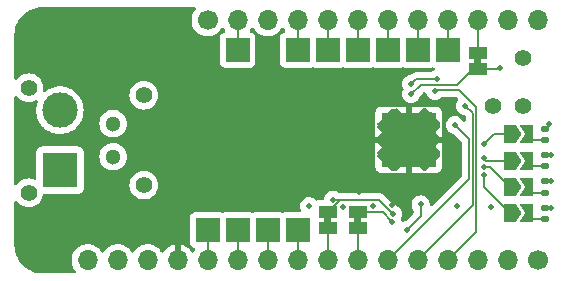
<source format=gbr>
%TF.GenerationSoftware,KiCad,Pcbnew,7.0.7*%
%TF.CreationDate,2023-08-17T11:34:17-04:00*%
%TF.ProjectId,adin1110-featherwing,6164696e-3131-4313-902d-666561746865,rev?*%
%TF.SameCoordinates,Original*%
%TF.FileFunction,Copper,L4,Bot*%
%TF.FilePolarity,Positive*%
%FSLAX46Y46*%
G04 Gerber Fmt 4.6, Leading zero omitted, Abs format (unit mm)*
G04 Created by KiCad (PCBNEW 7.0.7) date 2023-08-17 11:34:17*
%MOMM*%
%LPD*%
G01*
G04 APERTURE LIST*
G04 Aperture macros list*
%AMRoundRect*
0 Rectangle with rounded corners*
0 $1 Rounding radius*
0 $2 $3 $4 $5 $6 $7 $8 $9 X,Y pos of 4 corners*
0 Add a 4 corners polygon primitive as box body*
4,1,4,$2,$3,$4,$5,$6,$7,$8,$9,$2,$3,0*
0 Add four circle primitives for the rounded corners*
1,1,$1+$1,$2,$3*
1,1,$1+$1,$4,$5*
1,1,$1+$1,$6,$7*
1,1,$1+$1,$8,$9*
0 Add four rect primitives between the rounded corners*
20,1,$1+$1,$2,$3,$4,$5,0*
20,1,$1+$1,$4,$5,$6,$7,0*
20,1,$1+$1,$6,$7,$8,$9,0*
20,1,$1+$1,$8,$9,$2,$3,0*%
%AMFreePoly0*
4,1,6,1.000000,0.000000,0.500000,-0.750000,-0.500000,-0.750000,-0.500000,0.750000,0.500000,0.750000,1.000000,0.000000,1.000000,0.000000,$1*%
%AMFreePoly1*
4,1,6,0.500000,-0.750000,-0.650000,-0.750000,-0.150000,0.000000,-0.650000,0.750000,0.500000,0.750000,0.500000,-0.750000,0.500000,-0.750000,$1*%
G04 Aperture macros list end*
%TA.AperFunction,SMDPad,CuDef*%
%ADD10R,2.000000X2.000000*%
%TD*%
%TA.AperFunction,ComponentPad*%
%ADD11C,1.400000*%
%TD*%
%TA.AperFunction,ComponentPad*%
%ADD12R,3.000000X3.000000*%
%TD*%
%TA.AperFunction,ComponentPad*%
%ADD13C,3.000000*%
%TD*%
%TA.AperFunction,ComponentPad*%
%ADD14C,1.300000*%
%TD*%
%TA.AperFunction,ComponentPad*%
%ADD15C,0.800000*%
%TD*%
%TA.AperFunction,SMDPad,CuDef*%
%ADD16R,4.600000X4.600000*%
%TD*%
%TA.AperFunction,ComponentPad*%
%ADD17C,1.700000*%
%TD*%
%TA.AperFunction,ComponentPad*%
%ADD18O,1.700000X1.700000*%
%TD*%
%TA.AperFunction,SMDPad,CuDef*%
%ADD19R,1.500000X1.000000*%
%TD*%
%TA.AperFunction,SMDPad,CuDef*%
%ADD20FreePoly0,0.000000*%
%TD*%
%TA.AperFunction,SMDPad,CuDef*%
%ADD21FreePoly1,0.000000*%
%TD*%
%TA.AperFunction,SMDPad,CuDef*%
%ADD22RoundRect,0.147500X-0.172500X0.147500X-0.172500X-0.147500X0.172500X-0.147500X0.172500X0.147500X0*%
%TD*%
%TA.AperFunction,ViaPad*%
%ADD23C,0.508000*%
%TD*%
%TA.AperFunction,Conductor*%
%ADD24C,0.152400*%
%TD*%
G04 APERTURE END LIST*
%TA.AperFunction,EtchedComponent*%
%TO.C,JP1*%
G36*
X159050000Y-99716400D02*
G01*
X158450000Y-99716400D01*
X158450000Y-99216400D01*
X159050000Y-99216400D01*
X159050000Y-99716400D01*
G37*
%TD.AperFunction*%
%TA.AperFunction,EtchedComponent*%
%TO.C,JP2*%
G36*
X171750000Y-86254400D02*
G01*
X171150000Y-86254400D01*
X171150000Y-85754400D01*
X171750000Y-85754400D01*
X171750000Y-86254400D01*
G37*
%TD.AperFunction*%
%TA.AperFunction,EtchedComponent*%
%TO.C,JP3*%
G36*
X161590000Y-99716400D02*
G01*
X160990000Y-99716400D01*
X160990000Y-99216400D01*
X161590000Y-99216400D01*
X161590000Y-99716400D01*
G37*
%TD.AperFunction*%
%TD*%
D10*
%TO.P,,1*%
%TO.N,/A3*%
X156210000Y-100330000D03*
%TD*%
%TO.P,,1*%
%TO.N,/A2*%
X153670000Y-100330000D03*
%TD*%
%TO.P,,1*%
%TO.N,/A1*%
X151130000Y-100330000D03*
%TD*%
%TO.P,,1*%
%TO.N,/A0*%
X148590000Y-100330000D03*
%TD*%
%TO.P,,1*%
%TO.N,/D6*%
X168910000Y-85090000D03*
%TD*%
%TO.P,,1*%
%TO.N,/D9*%
X166370000Y-85090000D03*
%TD*%
%TO.P,,1*%
%TO.N,/D10*%
X163830000Y-85090000D03*
%TD*%
%TO.P,,1*%
%TO.N,/D11*%
X161290000Y-85090000D03*
%TD*%
%TO.P,,1*%
%TO.N,/D12*%
X158750000Y-85090000D03*
%TD*%
%TO.P,,1*%
%TO.N,/D13*%
X156210000Y-85090000D03*
%TD*%
%TO.P,REF\u002A\u002A,1*%
%TO.N,/~{EN}*%
X151130000Y-85090000D03*
%TD*%
D11*
%TO.P,TP4,1,1*%
%TO.N,/LINK_ST*%
X175310800Y-85750400D03*
%TD*%
%TO.P,TP2,1,1*%
%TO.N,/LED_0*%
X175310800Y-89814400D03*
%TD*%
%TO.P,TP3,1,1*%
%TO.N,/LED_1*%
X172720000Y-89814400D03*
%TD*%
D12*
%TO.P,J3,1*%
%TO.N,/D-*%
X136085000Y-95250000D03*
D13*
%TO.P,J3,2*%
%TO.N,/D+*%
X136085000Y-90170000D03*
%TD*%
D14*
%TO.P,J4,1*%
%TO.N,/D-*%
X140589000Y-94110000D03*
%TO.P,J4,2*%
%TO.N,/D+*%
X140589000Y-91310000D03*
D11*
%TO.P,J4,3*%
%TO.N,Net-(C14-Pad2)*%
X133439000Y-88260000D03*
X133439000Y-97160000D03*
X143189000Y-88910000D03*
X143189000Y-96510000D03*
%TD*%
D15*
%TO.P,U1,41,GND/PAD*%
%TO.N,GND*%
X167500400Y-90774600D03*
X166400400Y-90794600D03*
X165060400Y-90804600D03*
X163750400Y-90824600D03*
X167490400Y-92007933D03*
X166400400Y-92027933D03*
X165060400Y-92037933D03*
X163750400Y-92057933D03*
D16*
X165610400Y-92684600D03*
D15*
X167490400Y-93241266D03*
X166400400Y-93261266D03*
X165060400Y-93271266D03*
X163750400Y-93291266D03*
X167490400Y-94474600D03*
X166400400Y-94494600D03*
X165060400Y-94504600D03*
X163750400Y-94524600D03*
%TD*%
D17*
%TO.P,J2,1*%
%TO.N,VBAT*%
X148590000Y-82550000D03*
D18*
%TO.P,J2,2*%
%TO.N,/~{EN}*%
X151130000Y-82550000D03*
%TO.P,J2,3*%
%TO.N,VUSB*%
X153670000Y-82550000D03*
%TO.P,J2,4*%
%TO.N,/D13*%
X156210000Y-82550000D03*
%TO.P,J2,5*%
%TO.N,/D12*%
X158750000Y-82550000D03*
%TO.P,J2,6*%
%TO.N,/D11*%
X161290000Y-82550000D03*
%TO.P,J2,7*%
%TO.N,/D10*%
X163830000Y-82550000D03*
%TO.P,J2,8*%
%TO.N,/D9*%
X166370000Y-82550000D03*
%TO.P,J2,9*%
%TO.N,/D6*%
X168910000Y-82550000D03*
%TO.P,J2,10*%
%TO.N,/~{RST}_DEF*%
X171450000Y-82550000D03*
%TO.P,J2,11*%
%TO.N,/SCL*%
X173990000Y-82550000D03*
%TO.P,J2,12*%
%TO.N,/SDA*%
X176530000Y-82550000D03*
%TD*%
D17*
%TO.P,J1,1*%
%TO.N,/USER*%
X176530000Y-102870000D03*
D18*
%TO.P,J1,2*%
%TO.N,/TX*%
X173990000Y-102870000D03*
%TO.P,J1,3*%
%TO.N,/RX*%
X171450000Y-102870000D03*
%TO.P,J1,4*%
%TO.N,/MISO*%
X168910000Y-102870000D03*
%TO.P,J1,5*%
%TO.N,/MOSI*%
X166370000Y-102870000D03*
%TO.P,J1,6*%
%TO.N,/SCK*%
X163830000Y-102870000D03*
%TO.P,J1,7*%
%TO.N,/~{CS}_DEF*%
X161290000Y-102870000D03*
%TO.P,J1,8*%
%TO.N,/~{INT}_DEF*%
X158750000Y-102870000D03*
%TO.P,J1,9*%
%TO.N,/A3*%
X156210000Y-102870000D03*
%TO.P,J1,10*%
%TO.N,/A2*%
X153670000Y-102870000D03*
%TO.P,J1,11*%
%TO.N,/A1*%
X151130000Y-102870000D03*
%TO.P,J1,12*%
%TO.N,/A0*%
X148590000Y-102870000D03*
%TO.P,J1,13*%
%TO.N,GND*%
X146050000Y-102870000D03*
%TO.P,J1,14*%
%TO.N,/VREF*%
X143510000Y-102870000D03*
%TO.P,J1,15*%
%TO.N,VCC*%
X140970000Y-102870000D03*
%TO.P,J1,16*%
%TO.N,/~{RST}*%
X138430000Y-102870000D03*
%TD*%
D19*
%TO.P,JP1,1,A*%
%TO.N,/~{INT}*%
X158750000Y-98816400D03*
%TO.P,JP1,2,B*%
%TO.N,/~{INT}_DEF*%
X158750000Y-100116400D03*
%TD*%
D20*
%TO.P,JP5,1,A*%
%TO.N,/SPI_CFG1*%
X174204800Y-92227400D03*
D21*
%TO.P,JP5,2,B*%
%TO.N,Net-(JP5-B)*%
X175654800Y-92227400D03*
%TD*%
D20*
%TO.P,JP7,1,A*%
%TO.N,/MS_SEL*%
X174204800Y-98882198D03*
D21*
%TO.P,JP7,2,B*%
%TO.N,Net-(JP7-B)*%
X175654800Y-98882198D03*
%TD*%
D20*
%TO.P,JP6,1,A*%
%TO.N,/~{SWPD_EN}*%
X174204800Y-94445666D03*
D21*
%TO.P,JP6,2,B*%
%TO.N,Net-(JP6-B)*%
X175654800Y-94445666D03*
%TD*%
D22*
%TO.P,R13,1*%
%TO.N,VCC*%
X177139600Y-91742400D03*
%TO.P,R13,2*%
%TO.N,Net-(JP5-B)*%
X177139600Y-92712400D03*
%TD*%
D19*
%TO.P,JP2,1,A*%
%TO.N,/~{RESET}*%
X171450000Y-86654400D03*
%TO.P,JP2,2,B*%
%TO.N,/~{RST}_DEF*%
X171450000Y-85354400D03*
%TD*%
D20*
%TO.P,JP4,1,A*%
%TO.N,/~{TX2P4_EN}*%
X174204800Y-96663932D03*
D21*
%TO.P,JP4,2,B*%
%TO.N,Net-(JP4-B)*%
X175654800Y-96663932D03*
%TD*%
D22*
%TO.P,R18,1*%
%TO.N,VCC*%
X177139600Y-98422600D03*
%TO.P,R18,2*%
%TO.N,Net-(JP7-B)*%
X177139600Y-99392600D03*
%TD*%
%TO.P,R10,1*%
%TO.N,VCC*%
X177139600Y-96187400D03*
%TO.P,R10,2*%
%TO.N,Net-(JP4-B)*%
X177139600Y-97157400D03*
%TD*%
D19*
%TO.P,JP3,1,A*%
%TO.N,/~{CS}*%
X161290000Y-98816400D03*
%TO.P,JP3,2,B*%
%TO.N,/~{CS}_DEF*%
X161290000Y-100116400D03*
%TD*%
D22*
%TO.P,R16,1*%
%TO.N,VCC*%
X177139600Y-93952200D03*
%TO.P,R16,2*%
%TO.N,Net-(JP6-B)*%
X177139600Y-94922200D03*
%TD*%
D23*
%TO.N,GND*%
X160959800Y-87858600D03*
X135356600Y-98983800D03*
X169646600Y-93751400D03*
X164058600Y-87223600D03*
X146989800Y-88011000D03*
X161391600Y-97078800D03*
X147040600Y-89154000D03*
X164236400Y-98171000D03*
X145948400Y-96164400D03*
X160756600Y-94716600D03*
X138150600Y-98958400D03*
X154711400Y-92481400D03*
%TO.N,VCC*%
X157200600Y-98298000D03*
X177622200Y-98450400D03*
X169722800Y-98247200D03*
X160045400Y-98374200D03*
X177520600Y-91338400D03*
X166624000Y-98145600D03*
X177622200Y-96189800D03*
X162585400Y-98272600D03*
X177647600Y-94005400D03*
X165430200Y-100330000D03*
X172567600Y-98348800D03*
%TO.N,/MISO*%
X167817800Y-88518500D03*
%TO.N,/MOSI*%
X170383200Y-89789000D03*
%TO.N,/SCK*%
X169519600Y-91440000D03*
%TO.N,/~{INT}*%
X164261800Y-98933000D03*
X159181800Y-97739200D03*
%TO.N,/~{CS}*%
X164236400Y-99618800D03*
%TO.N,/~{TX2P4_EN}*%
X171983400Y-94970600D03*
%TO.N,/SPI_CFG1*%
X171983400Y-93040200D03*
%TO.N,/~{SWPD_EN}*%
X171983400Y-94234000D03*
%TO.N,/MS_SEL*%
X171983400Y-95681800D03*
%TO.N,/LED_1*%
X165836600Y-87960200D03*
X167995600Y-87528400D03*
%TO.N,/~{RESET}*%
X173304200Y-86563200D03*
X165836600Y-88823800D03*
%TD*%
D24*
%TO.N,VCC*%
X166624000Y-98145600D02*
X166624000Y-99136200D01*
X166624000Y-99136200D02*
X165430200Y-100330000D01*
%TO.N,/~{EN}*%
X151130000Y-84886800D02*
X151130000Y-82550000D01*
%TO.N,/MISO*%
X167893500Y-88442800D02*
X169900600Y-88442800D01*
X171323000Y-100457000D02*
X168910000Y-102870000D01*
X171323000Y-89865200D02*
X171323000Y-100457000D01*
X169900600Y-88442800D02*
X171323000Y-89865200D01*
X167817800Y-88518500D02*
X167893500Y-88442800D01*
%TO.N,/MOSI*%
X170383200Y-89789000D02*
X171018200Y-90424000D01*
X171018200Y-98221800D02*
X166370000Y-102870000D01*
X171018200Y-90424000D02*
X171018200Y-98221800D01*
%TO.N,/SCK*%
X170713400Y-95986600D02*
X163830000Y-102870000D01*
X169519600Y-91440000D02*
X170713400Y-92633800D01*
X170713400Y-92633800D02*
X170713400Y-95986600D01*
%TO.N,/~{RST}_DEF*%
X171450000Y-85354400D02*
X171450000Y-82550000D01*
%TO.N,/~{INT}_DEF*%
X158750000Y-100116400D02*
X158750000Y-102870000D01*
%TO.N,/~{CS}_DEF*%
X161290000Y-100116400D02*
X161290000Y-102870000D01*
%TO.N,/~{INT}*%
X164261800Y-98933000D02*
X163118800Y-97790000D01*
X159181800Y-97739200D02*
X159725600Y-97739200D01*
X159725600Y-97739200D02*
X159776400Y-97790000D01*
X163118800Y-97790000D02*
X159776400Y-97790000D01*
X159776400Y-97790000D02*
X158750000Y-98816400D01*
%TO.N,/~{CS}*%
X163434000Y-98816400D02*
X161290000Y-98816400D01*
X164236400Y-99618800D02*
X163434000Y-98816400D01*
%TO.N,/~{TX2P4_EN}*%
X172511468Y-94970600D02*
X174204800Y-96663932D01*
X171983400Y-94970600D02*
X172511468Y-94970600D01*
%TO.N,Net-(JP4-B)*%
X177038000Y-97157400D02*
X176148268Y-97157400D01*
X176148268Y-97157400D02*
X175654800Y-96663932D01*
%TO.N,/SPI_CFG1*%
X172796200Y-92227400D02*
X174204800Y-92227400D01*
X171983400Y-93040200D02*
X172796200Y-92227400D01*
%TO.N,Net-(JP5-B)*%
X177038000Y-92712400D02*
X176139800Y-92712400D01*
X176139800Y-92712400D02*
X175654800Y-92227400D01*
%TO.N,/~{SWPD_EN}*%
X172195066Y-94445666D02*
X171983400Y-94234000D01*
X174204800Y-94445666D02*
X172195066Y-94445666D01*
%TO.N,Net-(JP6-B)*%
X177038000Y-94922200D02*
X176131334Y-94922200D01*
X176131334Y-94922200D02*
X175654800Y-94445666D01*
%TO.N,/MS_SEL*%
X174204800Y-98882198D02*
X171983400Y-96660798D01*
X171983400Y-96660798D02*
X171983400Y-95681800D01*
%TO.N,Net-(JP7-B)*%
X177038000Y-99392600D02*
X176165202Y-99392600D01*
X176165202Y-99392600D02*
X175654800Y-98882198D01*
%TO.N,/LED_1*%
X167995600Y-87528400D02*
X166268400Y-87528400D01*
X166268400Y-87528400D02*
X165836600Y-87960200D01*
%TO.N,/~{RESET}*%
X173304200Y-86563200D02*
X173213000Y-86654400D01*
X165836600Y-88823800D02*
X166624000Y-88036400D01*
X169697400Y-88036400D02*
X171079400Y-86654400D01*
X166624000Y-88036400D02*
X169697400Y-88036400D01*
X171079400Y-86654400D02*
X171450000Y-86654400D01*
X173213000Y-86654400D02*
X171450000Y-86654400D01*
%TO.N,/A3*%
X156210000Y-102870000D02*
X156210000Y-100203000D01*
%TO.N,/A2*%
X153670000Y-100279200D02*
X153670000Y-102870000D01*
%TO.N,/A1*%
X151130000Y-100177600D02*
X151130000Y-102870000D01*
%TO.N,/A0*%
X148590000Y-100177600D02*
X148590000Y-102870000D01*
%TO.N,/D13*%
X156210000Y-84886800D02*
X156210000Y-82550000D01*
%TO.N,/D12*%
X158750000Y-84886800D02*
X158750000Y-82550000D01*
%TO.N,/D11*%
X161290000Y-84886800D02*
X161290000Y-82550000D01*
%TO.N,/D10*%
X163830000Y-84886800D02*
X163830000Y-82550000D01*
%TO.N,/D9*%
X166370000Y-84886800D02*
X166370000Y-82550000D01*
%TO.N,/D6*%
X168910000Y-84886800D02*
X168910000Y-82550000D01*
%TD*%
%TA.AperFunction,Conductor*%
%TO.N,GND*%
G36*
X147552752Y-81452902D02*
G01*
X147599245Y-81506558D01*
X147609349Y-81576832D01*
X147579855Y-81641412D01*
X147577331Y-81644238D01*
X147514285Y-81712722D01*
X147514275Y-81712734D01*
X147391141Y-81901206D01*
X147300703Y-82107386D01*
X147300702Y-82107387D01*
X147245437Y-82325624D01*
X147245436Y-82325630D01*
X147245436Y-82325632D01*
X147226844Y-82550000D01*
X147239886Y-82707396D01*
X147245437Y-82774375D01*
X147300702Y-82992612D01*
X147300703Y-82992613D01*
X147300704Y-82992616D01*
X147389781Y-83195692D01*
X147391141Y-83198793D01*
X147514275Y-83387265D01*
X147514279Y-83387270D01*
X147639898Y-83523726D01*
X147664414Y-83550358D01*
X147666762Y-83552908D01*
X147699969Y-83578754D01*
X147844424Y-83691189D01*
X148042426Y-83798342D01*
X148042427Y-83798342D01*
X148042428Y-83798343D01*
X148111051Y-83821901D01*
X148255365Y-83871444D01*
X148477431Y-83908500D01*
X148477435Y-83908500D01*
X148702565Y-83908500D01*
X148702569Y-83908500D01*
X148924635Y-83871444D01*
X149137574Y-83798342D01*
X149335576Y-83691189D01*
X149513240Y-83552906D01*
X149665722Y-83387268D01*
X149754518Y-83251356D01*
X149808520Y-83205268D01*
X149878868Y-83195693D01*
X149943226Y-83225670D01*
X149965483Y-83251357D01*
X150054275Y-83387265D01*
X150054280Y-83387270D01*
X150056345Y-83389514D01*
X150056898Y-83390634D01*
X150057482Y-83391385D01*
X150057327Y-83391505D01*
X150087765Y-83453180D01*
X150079776Y-83523726D01*
X150034916Y-83578754D01*
X150007676Y-83592905D01*
X149883795Y-83639111D01*
X149883792Y-83639112D01*
X149766738Y-83726738D01*
X149679112Y-83843792D01*
X149679110Y-83843797D01*
X149628011Y-83980795D01*
X149628009Y-83980803D01*
X149621500Y-84041350D01*
X149621500Y-86138649D01*
X149628009Y-86199196D01*
X149628011Y-86199204D01*
X149679110Y-86336202D01*
X149679112Y-86336207D01*
X149766738Y-86453261D01*
X149883792Y-86540887D01*
X149883794Y-86540888D01*
X149883796Y-86540889D01*
X149904033Y-86548437D01*
X150020795Y-86591988D01*
X150020803Y-86591990D01*
X150081350Y-86598499D01*
X150081355Y-86598499D01*
X150081362Y-86598500D01*
X150081368Y-86598500D01*
X152178632Y-86598500D01*
X152178638Y-86598500D01*
X152178645Y-86598499D01*
X152178649Y-86598499D01*
X152239196Y-86591990D01*
X152239199Y-86591989D01*
X152239201Y-86591989D01*
X152376204Y-86540889D01*
X152493261Y-86453261D01*
X152558704Y-86365840D01*
X152580887Y-86336207D01*
X152580887Y-86336206D01*
X152580889Y-86336204D01*
X152631989Y-86199201D01*
X152635633Y-86165312D01*
X152638499Y-86138649D01*
X152638500Y-86138632D01*
X152638500Y-84041367D01*
X152638499Y-84041350D01*
X152631990Y-83980803D01*
X152631988Y-83980795D01*
X152591201Y-83871444D01*
X152580889Y-83843796D01*
X152580888Y-83843794D01*
X152580887Y-83843792D01*
X152493261Y-83726738D01*
X152376207Y-83639112D01*
X152376202Y-83639110D01*
X152252324Y-83592905D01*
X152195488Y-83550358D01*
X152170678Y-83483838D01*
X152185770Y-83414464D01*
X152203662Y-83389506D01*
X152204019Y-83389116D01*
X152205722Y-83387268D01*
X152294518Y-83251354D01*
X152348520Y-83205268D01*
X152418868Y-83195692D01*
X152483225Y-83225669D01*
X152505480Y-83251353D01*
X152506219Y-83252483D01*
X152594275Y-83387265D01*
X152594279Y-83387270D01*
X152719898Y-83523726D01*
X152744414Y-83550358D01*
X152746762Y-83552908D01*
X152779969Y-83578754D01*
X152924424Y-83691189D01*
X153122426Y-83798342D01*
X153122427Y-83798342D01*
X153122428Y-83798343D01*
X153191051Y-83821901D01*
X153335365Y-83871444D01*
X153557431Y-83908500D01*
X153557435Y-83908500D01*
X153782565Y-83908500D01*
X153782569Y-83908500D01*
X154004635Y-83871444D01*
X154217574Y-83798342D01*
X154415576Y-83691189D01*
X154593240Y-83552906D01*
X154745722Y-83387268D01*
X154834518Y-83251354D01*
X154888520Y-83205268D01*
X154958868Y-83195692D01*
X155023225Y-83225669D01*
X155045480Y-83251353D01*
X155046219Y-83252483D01*
X155134275Y-83387265D01*
X155134280Y-83387270D01*
X155136345Y-83389514D01*
X155136898Y-83390634D01*
X155137482Y-83391385D01*
X155137327Y-83391505D01*
X155167765Y-83453180D01*
X155159776Y-83523726D01*
X155114916Y-83578754D01*
X155087676Y-83592905D01*
X154963795Y-83639111D01*
X154963792Y-83639112D01*
X154846738Y-83726738D01*
X154759112Y-83843792D01*
X154759110Y-83843797D01*
X154708011Y-83980795D01*
X154708009Y-83980803D01*
X154701500Y-84041350D01*
X154701500Y-86138649D01*
X154708009Y-86199196D01*
X154708011Y-86199204D01*
X154759110Y-86336202D01*
X154759112Y-86336207D01*
X154846738Y-86453261D01*
X154963792Y-86540887D01*
X154963794Y-86540888D01*
X154963796Y-86540889D01*
X154984033Y-86548437D01*
X155100795Y-86591988D01*
X155100803Y-86591990D01*
X155161350Y-86598499D01*
X155161355Y-86598499D01*
X155161362Y-86598500D01*
X155161368Y-86598500D01*
X157258632Y-86598500D01*
X157258638Y-86598500D01*
X157258645Y-86598499D01*
X157258649Y-86598499D01*
X157319196Y-86591990D01*
X157319199Y-86591989D01*
X157319201Y-86591989D01*
X157435967Y-86548436D01*
X157506782Y-86543371D01*
X157524033Y-86548437D01*
X157640795Y-86591988D01*
X157640803Y-86591990D01*
X157701350Y-86598499D01*
X157701355Y-86598499D01*
X157701362Y-86598500D01*
X157701368Y-86598500D01*
X159798632Y-86598500D01*
X159798638Y-86598500D01*
X159798645Y-86598499D01*
X159798649Y-86598499D01*
X159859196Y-86591990D01*
X159859199Y-86591989D01*
X159859201Y-86591989D01*
X159975967Y-86548436D01*
X160046782Y-86543371D01*
X160064033Y-86548437D01*
X160180795Y-86591988D01*
X160180803Y-86591990D01*
X160241350Y-86598499D01*
X160241355Y-86598499D01*
X160241362Y-86598500D01*
X160241368Y-86598500D01*
X162338632Y-86598500D01*
X162338638Y-86598500D01*
X162338645Y-86598499D01*
X162338649Y-86598499D01*
X162399196Y-86591990D01*
X162399199Y-86591989D01*
X162399201Y-86591989D01*
X162515967Y-86548436D01*
X162586782Y-86543371D01*
X162604033Y-86548437D01*
X162720795Y-86591988D01*
X162720803Y-86591990D01*
X162781350Y-86598499D01*
X162781355Y-86598499D01*
X162781362Y-86598500D01*
X162781368Y-86598500D01*
X164878632Y-86598500D01*
X164878638Y-86598500D01*
X164878645Y-86598499D01*
X164878649Y-86598499D01*
X164939196Y-86591990D01*
X164939199Y-86591989D01*
X164939201Y-86591989D01*
X165055967Y-86548436D01*
X165126782Y-86543371D01*
X165144033Y-86548437D01*
X165260795Y-86591988D01*
X165260803Y-86591990D01*
X165321350Y-86598499D01*
X165321355Y-86598499D01*
X165321362Y-86598500D01*
X165321368Y-86598500D01*
X167418632Y-86598500D01*
X167418638Y-86598500D01*
X167418645Y-86598499D01*
X167418649Y-86598499D01*
X167479196Y-86591990D01*
X167479199Y-86591989D01*
X167479201Y-86591989D01*
X167595967Y-86548436D01*
X167666782Y-86543371D01*
X167684028Y-86548435D01*
X167746301Y-86571662D01*
X167803136Y-86614209D01*
X167827946Y-86680729D01*
X167812854Y-86750103D01*
X167762651Y-86800305D01*
X167743883Y-86808646D01*
X167662667Y-86837065D01*
X167662666Y-86837065D01*
X167523695Y-86924387D01*
X167456659Y-86943700D01*
X166310853Y-86943700D01*
X166302621Y-86943160D01*
X166268401Y-86938655D01*
X166268400Y-86938655D01*
X166230081Y-86943700D01*
X166230079Y-86943700D01*
X166153868Y-86953733D01*
X166115762Y-86958750D01*
X166032443Y-86993262D01*
X165973532Y-87017663D01*
X165973525Y-87017667D01*
X165911431Y-87065314D01*
X165851387Y-87111387D01*
X165830367Y-87138778D01*
X165824929Y-87144979D01*
X165800646Y-87169261D01*
X165738334Y-87203287D01*
X165725661Y-87205373D01*
X165665858Y-87212112D01*
X165665851Y-87212113D01*
X165503669Y-87268864D01*
X165503666Y-87268865D01*
X165358182Y-87360279D01*
X165358180Y-87360280D01*
X165236680Y-87481780D01*
X165236679Y-87481782D01*
X165145265Y-87627266D01*
X165145264Y-87627269D01*
X165088512Y-87789455D01*
X165069275Y-87960200D01*
X165088512Y-88130944D01*
X165145264Y-88293130D01*
X165145266Y-88293134D01*
X165165265Y-88324962D01*
X165184572Y-88393283D01*
X165165267Y-88459034D01*
X165145264Y-88490868D01*
X165145264Y-88490869D01*
X165088512Y-88653055D01*
X165069275Y-88823800D01*
X165088512Y-88994544D01*
X165145264Y-89156730D01*
X165145265Y-89156733D01*
X165236679Y-89302217D01*
X165236680Y-89302219D01*
X165358180Y-89423719D01*
X165358182Y-89423720D01*
X165503666Y-89515134D01*
X165503667Y-89515134D01*
X165503670Y-89515136D01*
X165665854Y-89571887D01*
X165665853Y-89571887D01*
X165683143Y-89573834D01*
X165836600Y-89591125D01*
X166007346Y-89571887D01*
X166169530Y-89515136D01*
X166315019Y-89423719D01*
X166436519Y-89302219D01*
X166527936Y-89156730D01*
X166584687Y-88994546D01*
X166591424Y-88934740D01*
X166618926Y-88869289D01*
X166627525Y-88859763D01*
X166792609Y-88694681D01*
X166829287Y-88658004D01*
X166891600Y-88623979D01*
X166918382Y-88621100D01*
X166956466Y-88621100D01*
X167024587Y-88641102D01*
X167071080Y-88694758D01*
X167075395Y-88705484D01*
X167126465Y-88851433D01*
X167217879Y-88996917D01*
X167217880Y-88996919D01*
X167339380Y-89118419D01*
X167339382Y-89118420D01*
X167484866Y-89209834D01*
X167484867Y-89209834D01*
X167484870Y-89209836D01*
X167647054Y-89266587D01*
X167647053Y-89266587D01*
X167664343Y-89268534D01*
X167817800Y-89285825D01*
X167988546Y-89266587D01*
X168150730Y-89209836D01*
X168287383Y-89123971D01*
X168296216Y-89118421D01*
X168296216Y-89118420D01*
X168296219Y-89118419D01*
X168350234Y-89064403D01*
X168412544Y-89030380D01*
X168439328Y-89027500D01*
X169606219Y-89027500D01*
X169674340Y-89047502D01*
X169695315Y-89064405D01*
X169773852Y-89142943D01*
X169807877Y-89205256D01*
X169802811Y-89276071D01*
X169786767Y-89304415D01*
X169787045Y-89304590D01*
X169691865Y-89456067D01*
X169691864Y-89456069D01*
X169635112Y-89618255D01*
X169615875Y-89789000D01*
X169635112Y-89959744D01*
X169691864Y-90121930D01*
X169691865Y-90121933D01*
X169783279Y-90267417D01*
X169783280Y-90267419D01*
X169904780Y-90388919D01*
X169904782Y-90388920D01*
X170050266Y-90480334D01*
X170050267Y-90480334D01*
X170050270Y-90480336D01*
X170212454Y-90537087D01*
X170212459Y-90537087D01*
X170212461Y-90537088D01*
X170272259Y-90543825D01*
X170337712Y-90571328D01*
X170347248Y-90579938D01*
X170396595Y-90629285D01*
X170430621Y-90691597D01*
X170433500Y-90718380D01*
X170433500Y-91023922D01*
X170413498Y-91092043D01*
X170359842Y-91138536D01*
X170289568Y-91148640D01*
X170224988Y-91119146D01*
X170200813Y-91090958D01*
X170119520Y-90961582D01*
X170119519Y-90961580D01*
X169998019Y-90840080D01*
X169998017Y-90840079D01*
X169852533Y-90748665D01*
X169852530Y-90748664D01*
X169847635Y-90746951D01*
X169690346Y-90691913D01*
X169690344Y-90691912D01*
X169690346Y-90691912D01*
X169536685Y-90674600D01*
X169519600Y-90672675D01*
X169519599Y-90672675D01*
X169348855Y-90691912D01*
X169186669Y-90748664D01*
X169186666Y-90748665D01*
X169041182Y-90840079D01*
X169041180Y-90840080D01*
X168919680Y-90961580D01*
X168919679Y-90961582D01*
X168828265Y-91107066D01*
X168828264Y-91107069D01*
X168771512Y-91269255D01*
X168755512Y-91411267D01*
X168752275Y-91440000D01*
X168752332Y-91440502D01*
X168771512Y-91610744D01*
X168828264Y-91772931D01*
X168919679Y-91918417D01*
X168919680Y-91918419D01*
X169041180Y-92039919D01*
X169041182Y-92039920D01*
X169186666Y-92131334D01*
X169186667Y-92131334D01*
X169186670Y-92131336D01*
X169348854Y-92188087D01*
X169348859Y-92188087D01*
X169348861Y-92188088D01*
X169408659Y-92194825D01*
X169474112Y-92222328D01*
X169483648Y-92230938D01*
X170091795Y-92839085D01*
X170125821Y-92901397D01*
X170128700Y-92928180D01*
X170128700Y-95692219D01*
X170108698Y-95760340D01*
X170091795Y-95781314D01*
X167603256Y-98269852D01*
X167540944Y-98303878D01*
X167470128Y-98298813D01*
X167413293Y-98256266D01*
X167388482Y-98189746D01*
X167388953Y-98166649D01*
X167391325Y-98145600D01*
X167372087Y-97974854D01*
X167315336Y-97812670D01*
X167315334Y-97812667D01*
X167315334Y-97812666D01*
X167223920Y-97667182D01*
X167223919Y-97667180D01*
X167102419Y-97545680D01*
X167102417Y-97545679D01*
X166956933Y-97454265D01*
X166956930Y-97454264D01*
X166956930Y-97454263D01*
X166794746Y-97397513D01*
X166794744Y-97397512D01*
X166794746Y-97397512D01*
X166624000Y-97378275D01*
X166453255Y-97397512D01*
X166291069Y-97454264D01*
X166291066Y-97454265D01*
X166145582Y-97545679D01*
X166145580Y-97545680D01*
X166024080Y-97667180D01*
X166024079Y-97667182D01*
X165932665Y-97812666D01*
X165932664Y-97812669D01*
X165875912Y-97974855D01*
X165856675Y-98145600D01*
X165875912Y-98316344D01*
X165932664Y-98478530D01*
X165932665Y-98478533D01*
X166019987Y-98617505D01*
X166039300Y-98684541D01*
X166039300Y-98841819D01*
X166019298Y-98909940D01*
X166002399Y-98930909D01*
X165667379Y-99265930D01*
X165394247Y-99539062D01*
X165331935Y-99573087D01*
X165319262Y-99575173D01*
X165259458Y-99581912D01*
X165259456Y-99581912D01*
X165158558Y-99617218D01*
X165087654Y-99620836D01*
X165026049Y-99585547D01*
X164993303Y-99522553D01*
X164991736Y-99512394D01*
X164984488Y-99448060D01*
X164984486Y-99448051D01*
X164951509Y-99353810D01*
X164947889Y-99282905D01*
X164951509Y-99270579D01*
X164953136Y-99265930D01*
X165009887Y-99103746D01*
X165029125Y-98933000D01*
X165009887Y-98762254D01*
X164953136Y-98600070D01*
X164953134Y-98600067D01*
X164953134Y-98600066D01*
X164861720Y-98454582D01*
X164861719Y-98454580D01*
X164740219Y-98333080D01*
X164740217Y-98333079D01*
X164594733Y-98241665D01*
X164594730Y-98241664D01*
X164505923Y-98210589D01*
X164432546Y-98184913D01*
X164380304Y-98179026D01*
X164372737Y-98178174D01*
X164307284Y-98150669D01*
X164297751Y-98142061D01*
X163938772Y-97783082D01*
X163562261Y-97406571D01*
X163556834Y-97400383D01*
X163535813Y-97372987D01*
X163533420Y-97371151D01*
X163441683Y-97300759D01*
X163427372Y-97289778D01*
X163413673Y-97279266D01*
X163372012Y-97262010D01*
X163271437Y-97220350D01*
X163271436Y-97220349D01*
X163183717Y-97208801D01*
X163157121Y-97205300D01*
X163157119Y-97205300D01*
X163118800Y-97200255D01*
X163118799Y-97200255D01*
X163084578Y-97204760D01*
X163076346Y-97205300D01*
X159989608Y-97205300D01*
X159941390Y-97195709D01*
X159878235Y-97169549D01*
X159794018Y-97158462D01*
X159763921Y-97154500D01*
X159763919Y-97154500D01*
X159725600Y-97149455D01*
X159717342Y-97149455D01*
X159717342Y-97146917D01*
X159659783Y-97137927D01*
X159646479Y-97130646D01*
X159514730Y-97047864D01*
X159514729Y-97047863D01*
X159352546Y-96991113D01*
X159352544Y-96991112D01*
X159352546Y-96991112D01*
X159199089Y-96973822D01*
X159181800Y-96971875D01*
X159181799Y-96971875D01*
X159011055Y-96991112D01*
X158848869Y-97047864D01*
X158848866Y-97047865D01*
X158703382Y-97139279D01*
X158703380Y-97139280D01*
X158581880Y-97260780D01*
X158581879Y-97260782D01*
X158490465Y-97406266D01*
X158490464Y-97406269D01*
X158433712Y-97568455D01*
X158424530Y-97649954D01*
X158420142Y-97688910D01*
X158419342Y-97696007D01*
X158391839Y-97761460D01*
X158333315Y-97801653D01*
X158294134Y-97807900D01*
X157951350Y-97807900D01*
X157890804Y-97814409D01*
X157883133Y-97816223D01*
X157882396Y-97813105D01*
X157826290Y-97817098D01*
X157764021Y-97783082D01*
X157679019Y-97698080D01*
X157679017Y-97698079D01*
X157533533Y-97606665D01*
X157533530Y-97606664D01*
X157444100Y-97575371D01*
X157371346Y-97549913D01*
X157371344Y-97549912D01*
X157371346Y-97549912D01*
X157200600Y-97530675D01*
X157029855Y-97549912D01*
X156867669Y-97606664D01*
X156867666Y-97606665D01*
X156722182Y-97698079D01*
X156722180Y-97698080D01*
X156600680Y-97819580D01*
X156600679Y-97819582D01*
X156509265Y-97965066D01*
X156509264Y-97965069D01*
X156452512Y-98127255D01*
X156433275Y-98297999D01*
X156452512Y-98468744D01*
X156509264Y-98630930D01*
X156512336Y-98637310D01*
X156510467Y-98638209D01*
X156527020Y-98696783D01*
X156506326Y-98764696D01*
X156452200Y-98810641D01*
X156401027Y-98821500D01*
X155161350Y-98821500D01*
X155100803Y-98828009D01*
X155100802Y-98828010D01*
X155100799Y-98828010D01*
X155100799Y-98828011D01*
X154984033Y-98871563D01*
X154913217Y-98876628D01*
X154895967Y-98871563D01*
X154779201Y-98828011D01*
X154779199Y-98828010D01*
X154779197Y-98828010D01*
X154779196Y-98828009D01*
X154718649Y-98821500D01*
X154718638Y-98821500D01*
X152621362Y-98821500D01*
X152621350Y-98821500D01*
X152560803Y-98828009D01*
X152560802Y-98828010D01*
X152560799Y-98828010D01*
X152560799Y-98828011D01*
X152444033Y-98871563D01*
X152373217Y-98876628D01*
X152355967Y-98871563D01*
X152239201Y-98828011D01*
X152239199Y-98828010D01*
X152239197Y-98828010D01*
X152239196Y-98828009D01*
X152178649Y-98821500D01*
X152178638Y-98821500D01*
X150081362Y-98821500D01*
X150081350Y-98821500D01*
X150020803Y-98828009D01*
X150020802Y-98828010D01*
X150020799Y-98828010D01*
X150020799Y-98828011D01*
X149904033Y-98871563D01*
X149833217Y-98876628D01*
X149815967Y-98871563D01*
X149699201Y-98828011D01*
X149699199Y-98828010D01*
X149699197Y-98828010D01*
X149699196Y-98828009D01*
X149638649Y-98821500D01*
X149638638Y-98821500D01*
X147541362Y-98821500D01*
X147541350Y-98821500D01*
X147480803Y-98828009D01*
X147480795Y-98828011D01*
X147343797Y-98879110D01*
X147343792Y-98879112D01*
X147226738Y-98966738D01*
X147139112Y-99083792D01*
X147139110Y-99083797D01*
X147088011Y-99220795D01*
X147088009Y-99220803D01*
X147081500Y-99281350D01*
X147081500Y-101378649D01*
X147088009Y-101439196D01*
X147088011Y-101439204D01*
X147139110Y-101576202D01*
X147139112Y-101576207D01*
X147226738Y-101693261D01*
X147343791Y-101780886D01*
X147343792Y-101780886D01*
X147343796Y-101780889D01*
X147467677Y-101827094D01*
X147524510Y-101869640D01*
X147549321Y-101936161D01*
X147534229Y-102005535D01*
X147516352Y-102030477D01*
X147514285Y-102032722D01*
X147514279Y-102032729D01*
X147425183Y-102169101D01*
X147371179Y-102215189D01*
X147300831Y-102224764D01*
X147236474Y-102194786D01*
X147214217Y-102169100D01*
X147125327Y-102033044D01*
X146972902Y-101867465D01*
X146795301Y-101729232D01*
X146795300Y-101729231D01*
X146597371Y-101622117D01*
X146597369Y-101622116D01*
X146384512Y-101549043D01*
X146384501Y-101549040D01*
X146304000Y-101535606D01*
X146304000Y-102255966D01*
X146283998Y-102324087D01*
X146230342Y-102370580D01*
X146160069Y-102380683D01*
X146160068Y-102380683D01*
X146085768Y-102370000D01*
X146085763Y-102370000D01*
X146014237Y-102370000D01*
X146014231Y-102370000D01*
X145939932Y-102380683D01*
X145869658Y-102370580D01*
X145816002Y-102324087D01*
X145796000Y-102255966D01*
X145796000Y-101535607D01*
X145795999Y-101535606D01*
X145715498Y-101549040D01*
X145715487Y-101549043D01*
X145502630Y-101622116D01*
X145502628Y-101622117D01*
X145304699Y-101729231D01*
X145304698Y-101729232D01*
X145127097Y-101867465D01*
X144974670Y-102033045D01*
X144885780Y-102169101D01*
X144831776Y-102215189D01*
X144761428Y-102224764D01*
X144697071Y-102194786D01*
X144674816Y-102169101D01*
X144598172Y-102051788D01*
X144585724Y-102032734D01*
X144585720Y-102032729D01*
X144435584Y-101869640D01*
X144433240Y-101867094D01*
X144433239Y-101867093D01*
X144433237Y-101867091D01*
X144351382Y-101803381D01*
X144255576Y-101728811D01*
X144057574Y-101621658D01*
X144057572Y-101621657D01*
X144057571Y-101621656D01*
X143844639Y-101548557D01*
X143844630Y-101548555D01*
X143767029Y-101535606D01*
X143622569Y-101511500D01*
X143397431Y-101511500D01*
X143263746Y-101533808D01*
X143175369Y-101548555D01*
X143175360Y-101548557D01*
X142962428Y-101621656D01*
X142962426Y-101621658D01*
X142764432Y-101728807D01*
X142764426Y-101728810D01*
X142764424Y-101728811D01*
X142586762Y-101867091D01*
X142434279Y-102032729D01*
X142345483Y-102168643D01*
X142291479Y-102214731D01*
X142221131Y-102224306D01*
X142156774Y-102194329D01*
X142134517Y-102168643D01*
X142045720Y-102032729D01*
X141895584Y-101869640D01*
X141893240Y-101867094D01*
X141893239Y-101867093D01*
X141893237Y-101867091D01*
X141811382Y-101803381D01*
X141715576Y-101728811D01*
X141517574Y-101621658D01*
X141517572Y-101621657D01*
X141517571Y-101621656D01*
X141304639Y-101548557D01*
X141304630Y-101548555D01*
X141227029Y-101535606D01*
X141082569Y-101511500D01*
X140857431Y-101511500D01*
X140723746Y-101533808D01*
X140635369Y-101548555D01*
X140635360Y-101548557D01*
X140422428Y-101621656D01*
X140422426Y-101621658D01*
X140224432Y-101728807D01*
X140224426Y-101728810D01*
X140224424Y-101728811D01*
X140046762Y-101867091D01*
X139894279Y-102032729D01*
X139805483Y-102168643D01*
X139751479Y-102214731D01*
X139681131Y-102224306D01*
X139616774Y-102194329D01*
X139594517Y-102168643D01*
X139505720Y-102032729D01*
X139355584Y-101869640D01*
X139353240Y-101867094D01*
X139353239Y-101867093D01*
X139353237Y-101867091D01*
X139271382Y-101803381D01*
X139175576Y-101728811D01*
X138977574Y-101621658D01*
X138977572Y-101621657D01*
X138977571Y-101621656D01*
X138764639Y-101548557D01*
X138764630Y-101548555D01*
X138687029Y-101535606D01*
X138542569Y-101511500D01*
X138317431Y-101511500D01*
X138183746Y-101533808D01*
X138095369Y-101548555D01*
X138095360Y-101548557D01*
X137882428Y-101621656D01*
X137882426Y-101621658D01*
X137684432Y-101728807D01*
X137684426Y-101728810D01*
X137684424Y-101728811D01*
X137506762Y-101867091D01*
X137354279Y-102032729D01*
X137354275Y-102032734D01*
X137231141Y-102221206D01*
X137140703Y-102427386D01*
X137140702Y-102427387D01*
X137085437Y-102645624D01*
X137085436Y-102645630D01*
X137085436Y-102645632D01*
X137066844Y-102870000D01*
X137084232Y-103079844D01*
X137085437Y-103094375D01*
X137140702Y-103312612D01*
X137140703Y-103312613D01*
X137140704Y-103312616D01*
X137177820Y-103397232D01*
X137231141Y-103518793D01*
X137354275Y-103707265D01*
X137354285Y-103707277D01*
X137417331Y-103775762D01*
X137448753Y-103839426D01*
X137440767Y-103909972D01*
X137395908Y-103965002D01*
X137328420Y-103987043D01*
X137324631Y-103987100D01*
X134621903Y-103987100D01*
X134618099Y-103986985D01*
X134574559Y-103984351D01*
X134336074Y-103969925D01*
X134328515Y-103969007D01*
X134152172Y-103936691D01*
X134052479Y-103918422D01*
X134045089Y-103916600D01*
X133777161Y-103833110D01*
X133770041Y-103830410D01*
X133701773Y-103799685D01*
X133514134Y-103715236D01*
X133507396Y-103711699D01*
X133408067Y-103651653D01*
X133267231Y-103566514D01*
X133260972Y-103562194D01*
X133239879Y-103545669D01*
X133040056Y-103389117D01*
X133034363Y-103384073D01*
X132835923Y-103185633D01*
X132830882Y-103179943D01*
X132657805Y-102959027D01*
X132653487Y-102952771D01*
X132508300Y-102712603D01*
X132504766Y-102705871D01*
X132389585Y-102449948D01*
X132386889Y-102442838D01*
X132367521Y-102380683D01*
X132303397Y-102174905D01*
X132301580Y-102167532D01*
X132250991Y-101891477D01*
X132250075Y-101883935D01*
X132233013Y-101601868D01*
X132232900Y-101598127D01*
X132232900Y-101565102D01*
X132232900Y-101565101D01*
X132232899Y-97944084D01*
X132252901Y-97875964D01*
X132306557Y-97829471D01*
X132376831Y-97819367D01*
X132441411Y-97848861D01*
X132462110Y-97871812D01*
X132509699Y-97939776D01*
X132659224Y-98089301D01*
X132659228Y-98089304D01*
X132659232Y-98089307D01*
X132832438Y-98210587D01*
X132832441Y-98210588D01*
X132832442Y-98210589D01*
X133024090Y-98299956D01*
X133228345Y-98354686D01*
X133439000Y-98373116D01*
X133649655Y-98354686D01*
X133853910Y-98299956D01*
X134045558Y-98210589D01*
X134218776Y-98089301D01*
X134368301Y-97939776D01*
X134478019Y-97783082D01*
X134489587Y-97766561D01*
X134489587Y-97766560D01*
X134489589Y-97766558D01*
X134578956Y-97574910D01*
X134633686Y-97370655D01*
X134633686Y-97370645D01*
X134634640Y-97365243D01*
X134636541Y-97365578D01*
X134659300Y-97307399D01*
X134716804Y-97265760D01*
X134758956Y-97258500D01*
X137633632Y-97258500D01*
X137633638Y-97258500D01*
X137633645Y-97258499D01*
X137633649Y-97258499D01*
X137694196Y-97251990D01*
X137694199Y-97251989D01*
X137694201Y-97251989D01*
X137831204Y-97200889D01*
X137913503Y-97139281D01*
X137948261Y-97113261D01*
X138035887Y-96996207D01*
X138035887Y-96996206D01*
X138035889Y-96996204D01*
X138086989Y-96859201D01*
X138089491Y-96835936D01*
X138093499Y-96798649D01*
X138093500Y-96798632D01*
X138093500Y-96510000D01*
X141975884Y-96510000D01*
X141994314Y-96720655D01*
X142017050Y-96805508D01*
X142049043Y-96924908D01*
X142049045Y-96924912D01*
X142138412Y-97116561D01*
X142259692Y-97289767D01*
X142259696Y-97289772D01*
X142259699Y-97289776D01*
X142409224Y-97439301D01*
X142409228Y-97439304D01*
X142409232Y-97439307D01*
X142582438Y-97560587D01*
X142582441Y-97560588D01*
X142582442Y-97560589D01*
X142774090Y-97649956D01*
X142978345Y-97704686D01*
X143189000Y-97723116D01*
X143399655Y-97704686D01*
X143603910Y-97649956D01*
X143795558Y-97560589D01*
X143804883Y-97554060D01*
X143947405Y-97454265D01*
X143968776Y-97439301D01*
X144118301Y-97289776D01*
X144216554Y-97149455D01*
X144239587Y-97116561D01*
X144239587Y-97116560D01*
X144239589Y-97116558D01*
X144328956Y-96924910D01*
X144383686Y-96720655D01*
X144402116Y-96510000D01*
X144383686Y-96299345D01*
X144328956Y-96095090D01*
X144239589Y-95903442D01*
X144239588Y-95903441D01*
X144239587Y-95903438D01*
X144118307Y-95730232D01*
X144118304Y-95730228D01*
X144118301Y-95730224D01*
X143968776Y-95580699D01*
X143968772Y-95580696D01*
X143968767Y-95580692D01*
X143795561Y-95459412D01*
X143603912Y-95370045D01*
X143603908Y-95370043D01*
X143491452Y-95339911D01*
X143399655Y-95315314D01*
X143189000Y-95296884D01*
X143188999Y-95296884D01*
X143083672Y-95306099D01*
X142978345Y-95315314D01*
X142923615Y-95329978D01*
X142774091Y-95370043D01*
X142774087Y-95370045D01*
X142582438Y-95459412D01*
X142409232Y-95580692D01*
X142409221Y-95580701D01*
X142259701Y-95730221D01*
X142259692Y-95730232D01*
X142138412Y-95903438D01*
X142049045Y-96095087D01*
X142049043Y-96095091D01*
X142012708Y-96230699D01*
X141994314Y-96299345D01*
X141975884Y-96510000D01*
X138093500Y-96510000D01*
X138093500Y-94110000D01*
X139425537Y-94110000D01*
X139426738Y-94122963D01*
X139445347Y-94323789D01*
X139504100Y-94530283D01*
X139504103Y-94530291D01*
X139599804Y-94722484D01*
X139706526Y-94863807D01*
X139729191Y-94893821D01*
X139887854Y-95038462D01*
X139887856Y-95038463D01*
X139887857Y-95038464D01*
X140070400Y-95151489D01*
X140270598Y-95229047D01*
X140270603Y-95229049D01*
X140481649Y-95268500D01*
X140481651Y-95268500D01*
X140696349Y-95268500D01*
X140696351Y-95268500D01*
X140907397Y-95229049D01*
X141107600Y-95151489D01*
X141290143Y-95038464D01*
X141448810Y-94893820D01*
X141578196Y-94722484D01*
X141673897Y-94530291D01*
X141732653Y-94323786D01*
X141752463Y-94110000D01*
X141732653Y-93896214D01*
X141719384Y-93849580D01*
X141673899Y-93689716D01*
X141673898Y-93689715D01*
X141673897Y-93689709D01*
X141578196Y-93497516D01*
X141448810Y-93326180D01*
X141440840Y-93318914D01*
X141290145Y-93181537D01*
X141144351Y-93091266D01*
X141107600Y-93068511D01*
X141107598Y-93068510D01*
X141107591Y-93068507D01*
X140907401Y-92990952D01*
X140907402Y-92990952D01*
X140878108Y-92985476D01*
X140696351Y-92951500D01*
X140481649Y-92951500D01*
X140343127Y-92977394D01*
X140270597Y-92990952D01*
X140070408Y-93068507D01*
X140070401Y-93068510D01*
X139887854Y-93181537D01*
X139729191Y-93326178D01*
X139599805Y-93497514D01*
X139504103Y-93689708D01*
X139504100Y-93689716D01*
X139445347Y-93896210D01*
X139430110Y-94060651D01*
X139425537Y-94110000D01*
X138093500Y-94110000D01*
X138093500Y-93701367D01*
X138093499Y-93701350D01*
X138086990Y-93640803D01*
X138086988Y-93640795D01*
X138053470Y-93550932D01*
X138035889Y-93503796D01*
X138035888Y-93503794D01*
X138035887Y-93503792D01*
X137948261Y-93386738D01*
X137831207Y-93299112D01*
X137831202Y-93299110D01*
X137694204Y-93248011D01*
X137694196Y-93248009D01*
X137633649Y-93241500D01*
X137633638Y-93241500D01*
X134536362Y-93241500D01*
X134536350Y-93241500D01*
X134475803Y-93248009D01*
X134475795Y-93248011D01*
X134338797Y-93299110D01*
X134338792Y-93299112D01*
X134221738Y-93386738D01*
X134134112Y-93503792D01*
X134134110Y-93503797D01*
X134083011Y-93640795D01*
X134083009Y-93640803D01*
X134076500Y-93701350D01*
X134076500Y-95926058D01*
X134056498Y-95994179D01*
X134002842Y-96040672D01*
X133932568Y-96050776D01*
X133897252Y-96040253D01*
X133853922Y-96020049D01*
X133853908Y-96020043D01*
X133757381Y-95994179D01*
X133649655Y-95965314D01*
X133439000Y-95946884D01*
X133228345Y-95965314D01*
X133193137Y-95974748D01*
X133024091Y-96020043D01*
X133024087Y-96020045D01*
X132832438Y-96109412D01*
X132659232Y-96230692D01*
X132659221Y-96230701D01*
X132509701Y-96380221D01*
X132509696Y-96380227D01*
X132462112Y-96448185D01*
X132406655Y-96492513D01*
X132336036Y-96499822D01*
X132272675Y-96467791D01*
X132236690Y-96406590D01*
X132232899Y-96375914D01*
X132232899Y-92938600D01*
X162802400Y-92938600D01*
X162802400Y-95033197D01*
X162808905Y-95093693D01*
X162859955Y-95230564D01*
X162859955Y-95230565D01*
X162947495Y-95347504D01*
X163064434Y-95435044D01*
X163201306Y-95486094D01*
X163261802Y-95492599D01*
X163261815Y-95492600D01*
X165356400Y-95492600D01*
X165864400Y-95492600D01*
X167958985Y-95492600D01*
X167958997Y-95492599D01*
X168019493Y-95486094D01*
X168156364Y-95435044D01*
X168156365Y-95435044D01*
X168273304Y-95347504D01*
X168360844Y-95230565D01*
X168360844Y-95230564D01*
X168411894Y-95093693D01*
X168418399Y-95033197D01*
X168418400Y-95033185D01*
X168418400Y-92938600D01*
X168152276Y-92938600D01*
X167849609Y-93241265D01*
X168251246Y-93642901D01*
X168285271Y-93705214D01*
X168280207Y-93776029D01*
X168251247Y-93821092D01*
X168214407Y-93857932D01*
X168214407Y-93857933D01*
X168251246Y-93894773D01*
X168285272Y-93957085D01*
X168280207Y-94027900D01*
X168251246Y-94072963D01*
X167843101Y-94481108D01*
X167780789Y-94515134D01*
X167709974Y-94510069D01*
X167653138Y-94467522D01*
X167632301Y-94424628D01*
X167624886Y-94396955D01*
X167624884Y-94396953D01*
X167624883Y-94396951D01*
X167568048Y-94340116D01*
X167568043Y-94340113D01*
X167540374Y-94332699D01*
X167490485Y-94302289D01*
X167483321Y-94311861D01*
X167440426Y-94332699D01*
X167412756Y-94340113D01*
X167412753Y-94340115D01*
X167355914Y-94396953D01*
X167355913Y-94396955D01*
X167348499Y-94424625D01*
X167318089Y-94474513D01*
X167327661Y-94481678D01*
X167348499Y-94524574D01*
X167355913Y-94552243D01*
X167355916Y-94552248D01*
X167412751Y-94609083D01*
X167412753Y-94609084D01*
X167412755Y-94609086D01*
X167440426Y-94616500D01*
X167501046Y-94653450D01*
X167532068Y-94717311D01*
X167523640Y-94787805D01*
X167496915Y-94827295D01*
X167490404Y-94833807D01*
X167080842Y-95243368D01*
X167018530Y-95277394D01*
X166991747Y-95280273D01*
X166934760Y-95280273D01*
X166917914Y-95289472D01*
X166847099Y-95284407D01*
X166802036Y-95255446D01*
X166393891Y-94847301D01*
X166359865Y-94784989D01*
X166364930Y-94714174D01*
X166407477Y-94657338D01*
X166450371Y-94636500D01*
X166478045Y-94629086D01*
X166534886Y-94572246D01*
X166542300Y-94544574D01*
X166572708Y-94494685D01*
X166572594Y-94494600D01*
X166759609Y-94494600D01*
X166935399Y-94670390D01*
X166935400Y-94670390D01*
X167131190Y-94474599D01*
X166955401Y-94298810D01*
X166955400Y-94298810D01*
X166759609Y-94494600D01*
X166572594Y-94494600D01*
X166563138Y-94487521D01*
X166542300Y-94444625D01*
X166534886Y-94416955D01*
X166534884Y-94416953D01*
X166534883Y-94416951D01*
X166478048Y-94360116D01*
X166478043Y-94360113D01*
X166450373Y-94352699D01*
X166400485Y-94322290D01*
X166393321Y-94331861D01*
X166350426Y-94352699D01*
X166322756Y-94360113D01*
X166322753Y-94360115D01*
X166265914Y-94416953D01*
X166265913Y-94416955D01*
X166258499Y-94444625D01*
X166221547Y-94505247D01*
X166157686Y-94536268D01*
X166087191Y-94527838D01*
X166047698Y-94501107D01*
X165864400Y-94317809D01*
X165864400Y-95492600D01*
X165356400Y-95492600D01*
X165356400Y-94567809D01*
X165291383Y-94540878D01*
X165279953Y-94540059D01*
X165223124Y-94497502D01*
X165202300Y-94454623D01*
X165194886Y-94426956D01*
X165194886Y-94426955D01*
X165194884Y-94426953D01*
X165194883Y-94426951D01*
X165138048Y-94370116D01*
X165138043Y-94370113D01*
X165110374Y-94362699D01*
X165060485Y-94332289D01*
X165053321Y-94341861D01*
X165010426Y-94362699D01*
X164982756Y-94370113D01*
X164982753Y-94370115D01*
X164925914Y-94426953D01*
X164925913Y-94426955D01*
X164918499Y-94454625D01*
X164888089Y-94504513D01*
X164897661Y-94511678D01*
X164918499Y-94554574D01*
X164925913Y-94582243D01*
X164925916Y-94582248D01*
X164982751Y-94639083D01*
X164982754Y-94639085D01*
X164982755Y-94639086D01*
X165010424Y-94646500D01*
X165071046Y-94683451D01*
X165102067Y-94747312D01*
X165093639Y-94817806D01*
X165066914Y-94857295D01*
X165060403Y-94863807D01*
X164658763Y-95265446D01*
X164596451Y-95299472D01*
X164525636Y-95294407D01*
X164480572Y-95265446D01*
X164415400Y-95200273D01*
X164415399Y-95200273D01*
X164330226Y-95285446D01*
X164267914Y-95319472D01*
X164197099Y-95314407D01*
X164152036Y-95285446D01*
X163743891Y-94877301D01*
X163709865Y-94814989D01*
X163714930Y-94744174D01*
X163757477Y-94687338D01*
X163800371Y-94666500D01*
X163828045Y-94659086D01*
X163884886Y-94602246D01*
X163892300Y-94574574D01*
X163922708Y-94524685D01*
X163922593Y-94524599D01*
X164109608Y-94524599D01*
X164395399Y-94810390D01*
X164395400Y-94810390D01*
X164701189Y-94504599D01*
X164415400Y-94218809D01*
X164415399Y-94218809D01*
X164109608Y-94524599D01*
X163922593Y-94524599D01*
X163913138Y-94517521D01*
X163892300Y-94474625D01*
X163884886Y-94446955D01*
X163884884Y-94446953D01*
X163884883Y-94446951D01*
X163828048Y-94390116D01*
X163828043Y-94390113D01*
X163800374Y-94382699D01*
X163750485Y-94352289D01*
X163743321Y-94361861D01*
X163700426Y-94382699D01*
X163672756Y-94390113D01*
X163672753Y-94390115D01*
X163615914Y-94446953D01*
X163615913Y-94446956D01*
X163608499Y-94474625D01*
X163571547Y-94535248D01*
X163507686Y-94566269D01*
X163437192Y-94557839D01*
X163397698Y-94531108D01*
X162989553Y-94122963D01*
X162955527Y-94060651D01*
X162960592Y-93989836D01*
X162989553Y-93944772D01*
X163026391Y-93907934D01*
X163492943Y-93907934D01*
X163750399Y-94165390D01*
X164007857Y-93907932D01*
X163987858Y-93887933D01*
X164802943Y-93887933D01*
X165060399Y-94145390D01*
X165317857Y-93887932D01*
X165317857Y-93887931D01*
X165307858Y-93877932D01*
X166142942Y-93877932D01*
X166400398Y-94135389D01*
X166657856Y-93877931D01*
X166637859Y-93857934D01*
X167232943Y-93857934D01*
X167490399Y-94115390D01*
X167747857Y-93857932D01*
X167490400Y-93600475D01*
X167232943Y-93857932D01*
X167232943Y-93857934D01*
X166637859Y-93857934D01*
X166400399Y-93620474D01*
X166142942Y-93877932D01*
X165307858Y-93877932D01*
X165060400Y-93630475D01*
X164802943Y-93887932D01*
X164802943Y-93887933D01*
X163987858Y-93887933D01*
X163750400Y-93650475D01*
X163492943Y-93907932D01*
X163492943Y-93907934D01*
X163026391Y-93907934D01*
X163026392Y-93907933D01*
X162989553Y-93871094D01*
X162955528Y-93808782D01*
X162960592Y-93737966D01*
X162989552Y-93692903D01*
X163391188Y-93291265D01*
X163391101Y-93291178D01*
X163578090Y-93291178D01*
X163587661Y-93298343D01*
X163608499Y-93341240D01*
X163615913Y-93368908D01*
X163615916Y-93368914D01*
X163672751Y-93425749D01*
X163672754Y-93425751D01*
X163672755Y-93425752D01*
X163700424Y-93433166D01*
X163750313Y-93463574D01*
X163757478Y-93454004D01*
X163800371Y-93433166D01*
X163828045Y-93425752D01*
X163884886Y-93368912D01*
X163892300Y-93341240D01*
X163922708Y-93291351D01*
X163922594Y-93291266D01*
X164109609Y-93291266D01*
X164395399Y-93577056D01*
X164395400Y-93577056D01*
X164701190Y-93271265D01*
X164701104Y-93271179D01*
X164888089Y-93271179D01*
X164897661Y-93278344D01*
X164918499Y-93321240D01*
X164925913Y-93348909D01*
X164925916Y-93348914D01*
X164982751Y-93405749D01*
X164982754Y-93405751D01*
X164982755Y-93405752D01*
X165010424Y-93413166D01*
X165060313Y-93443574D01*
X165067478Y-93434004D01*
X165110371Y-93413166D01*
X165138045Y-93405752D01*
X165194886Y-93348912D01*
X165215691Y-93271266D01*
X165194886Y-93193621D01*
X165194884Y-93193619D01*
X165194883Y-93193617D01*
X165138048Y-93136782D01*
X165138046Y-93136781D01*
X165138045Y-93136780D01*
X165080146Y-93121266D01*
X165040654Y-93121266D01*
X164982755Y-93136780D01*
X164982754Y-93136781D01*
X164982753Y-93136781D01*
X164925914Y-93193619D01*
X164925913Y-93193621D01*
X164918499Y-93221291D01*
X164888089Y-93271179D01*
X164701104Y-93271179D01*
X164514400Y-93084475D01*
X165864400Y-93084475D01*
X165864400Y-93438052D01*
X166041189Y-93261264D01*
X166041104Y-93261179D01*
X166228089Y-93261179D01*
X166237661Y-93268344D01*
X166258499Y-93311240D01*
X166265913Y-93338909D01*
X166265916Y-93338914D01*
X166322751Y-93395749D01*
X166322754Y-93395751D01*
X166322755Y-93395752D01*
X166350424Y-93403166D01*
X166400313Y-93433574D01*
X166407478Y-93424004D01*
X166450371Y-93403166D01*
X166478045Y-93395752D01*
X166534886Y-93338912D01*
X166542300Y-93311240D01*
X166572708Y-93261350D01*
X166572594Y-93261265D01*
X166759609Y-93261265D01*
X166935399Y-93437055D01*
X166935400Y-93437055D01*
X167131190Y-93241264D01*
X167131103Y-93241177D01*
X167318089Y-93241177D01*
X167327661Y-93248343D01*
X167348499Y-93291240D01*
X167355913Y-93318908D01*
X167355916Y-93318914D01*
X167412751Y-93375749D01*
X167412754Y-93375751D01*
X167412755Y-93375752D01*
X167440424Y-93383166D01*
X167490313Y-93413574D01*
X167497478Y-93404004D01*
X167540371Y-93383166D01*
X167568045Y-93375752D01*
X167624886Y-93318912D01*
X167632300Y-93291240D01*
X167662708Y-93241351D01*
X167653138Y-93234187D01*
X167632300Y-93191291D01*
X167624886Y-93163621D01*
X167624884Y-93163619D01*
X167624883Y-93163617D01*
X167568048Y-93106782D01*
X167568046Y-93106781D01*
X167568045Y-93106780D01*
X167510146Y-93091266D01*
X167470654Y-93091266D01*
X167412755Y-93106780D01*
X167412754Y-93106781D01*
X167412753Y-93106781D01*
X167355914Y-93163619D01*
X167355913Y-93163621D01*
X167348499Y-93191291D01*
X167318089Y-93241177D01*
X167131103Y-93241177D01*
X166955401Y-93065475D01*
X166955400Y-93065475D01*
X166759609Y-93261265D01*
X166572594Y-93261265D01*
X166563138Y-93254186D01*
X166542300Y-93211289D01*
X166538093Y-93195590D01*
X166534886Y-93183621D01*
X166534884Y-93183619D01*
X166534883Y-93183617D01*
X166478048Y-93126782D01*
X166478046Y-93126781D01*
X166478045Y-93126780D01*
X166420146Y-93111266D01*
X166380654Y-93111266D01*
X166322755Y-93126780D01*
X166322754Y-93126781D01*
X166322753Y-93126781D01*
X166265914Y-93183619D01*
X166265913Y-93183621D01*
X166258499Y-93211291D01*
X166228089Y-93261179D01*
X166041104Y-93261179D01*
X165864400Y-93084475D01*
X164514400Y-93084475D01*
X164415401Y-92985476D01*
X164415400Y-92985476D01*
X164109609Y-93291266D01*
X163922594Y-93291266D01*
X163913138Y-93284187D01*
X163892300Y-93241291D01*
X163884886Y-93213621D01*
X163884884Y-93213619D01*
X163884883Y-93213617D01*
X163828048Y-93156782D01*
X163828046Y-93156781D01*
X163828045Y-93156780D01*
X163770146Y-93141266D01*
X163730654Y-93141266D01*
X163672755Y-93156780D01*
X163672754Y-93156781D01*
X163672753Y-93156781D01*
X163615914Y-93213619D01*
X163615913Y-93213622D01*
X163608499Y-93241291D01*
X163578090Y-93291178D01*
X163391101Y-93291178D01*
X163038524Y-92938600D01*
X162802400Y-92938600D01*
X132232899Y-92938600D01*
X132232899Y-89044085D01*
X132252901Y-88975964D01*
X132306557Y-88929471D01*
X132376831Y-88919367D01*
X132441411Y-88948861D01*
X132462110Y-88971812D01*
X132509699Y-89039776D01*
X132659224Y-89189301D01*
X132659228Y-89189304D01*
X132659232Y-89189307D01*
X132832438Y-89310587D01*
X132832441Y-89310588D01*
X132832442Y-89310589D01*
X133024090Y-89399956D01*
X133228345Y-89454686D01*
X133439000Y-89473116D01*
X133649655Y-89454686D01*
X133853910Y-89399956D01*
X134028475Y-89318554D01*
X134098664Y-89307894D01*
X134163477Y-89336874D01*
X134202334Y-89396293D01*
X134202897Y-89467288D01*
X134200448Y-89474945D01*
X134152942Y-89608616D01*
X134146463Y-89626845D01*
X134146460Y-89626853D01*
X134112766Y-89789000D01*
X134094563Y-89876600D01*
X134090557Y-89895877D01*
X134090556Y-89895883D01*
X134071807Y-90169995D01*
X134071807Y-90170004D01*
X134090556Y-90444116D01*
X134090557Y-90444122D01*
X134090558Y-90444130D01*
X134116938Y-90571075D01*
X134146460Y-90713146D01*
X134146462Y-90713154D01*
X134233866Y-90959083D01*
X134238477Y-90972058D01*
X134356408Y-91199656D01*
X134364892Y-91216028D01*
X134402463Y-91269254D01*
X134523343Y-91440502D01*
X134658128Y-91584821D01*
X134701549Y-91631314D01*
X134710889Y-91641314D01*
X134924031Y-91814718D01*
X135146965Y-91950287D01*
X135158802Y-91957485D01*
X135159891Y-91957958D01*
X135410823Y-92066953D01*
X135675404Y-92141085D01*
X135770504Y-92154156D01*
X135947604Y-92178499D01*
X135947615Y-92178500D01*
X136222385Y-92178500D01*
X136222395Y-92178499D01*
X136372019Y-92157933D01*
X136494596Y-92141085D01*
X136759177Y-92066953D01*
X137011200Y-91957484D01*
X137245969Y-91814718D01*
X137459111Y-91641314D01*
X137646657Y-91440502D01*
X137738775Y-91310000D01*
X139425537Y-91310000D01*
X139445347Y-91523789D01*
X139504100Y-91730283D01*
X139504103Y-91730291D01*
X139599804Y-91922484D01*
X139722965Y-92085576D01*
X139729191Y-92093821D01*
X139887854Y-92238462D01*
X139887856Y-92238463D01*
X139887857Y-92238464D01*
X140070400Y-92351489D01*
X140070408Y-92351492D01*
X140270598Y-92429047D01*
X140270603Y-92429049D01*
X140481649Y-92468500D01*
X140481651Y-92468500D01*
X140696349Y-92468500D01*
X140696351Y-92468500D01*
X140899100Y-92430600D01*
X162802400Y-92430600D01*
X163018522Y-92430600D01*
X163018523Y-92430599D01*
X163736942Y-92430599D01*
X163736943Y-92430600D01*
X163763857Y-92430600D01*
X163763857Y-92430599D01*
X165026942Y-92430599D01*
X165026943Y-92430600D01*
X165093857Y-92430600D01*
X165093857Y-92430599D01*
X166356942Y-92430599D01*
X166356943Y-92430600D01*
X166443857Y-92430600D01*
X166443857Y-92430599D01*
X167426942Y-92430599D01*
X167426943Y-92430600D01*
X167553857Y-92430600D01*
X167553857Y-92430599D01*
X167490400Y-92367142D01*
X167426942Y-92430599D01*
X166443857Y-92430599D01*
X166400400Y-92387142D01*
X166356942Y-92430599D01*
X165093857Y-92430599D01*
X165060400Y-92397142D01*
X165026942Y-92430599D01*
X163763857Y-92430599D01*
X163750400Y-92417142D01*
X163736942Y-92430599D01*
X163018523Y-92430599D01*
X163391189Y-92057931D01*
X163391102Y-92057844D01*
X163578089Y-92057844D01*
X163587661Y-92065010D01*
X163608499Y-92107907D01*
X163615913Y-92135575D01*
X163615916Y-92135581D01*
X163672751Y-92192416D01*
X163672754Y-92192418D01*
X163672755Y-92192419D01*
X163700424Y-92199833D01*
X163750313Y-92230241D01*
X163757478Y-92220671D01*
X163800371Y-92199833D01*
X163828045Y-92192419D01*
X163884886Y-92135579D01*
X163892300Y-92107907D01*
X163922708Y-92058017D01*
X163922593Y-92057931D01*
X164109609Y-92057931D01*
X164395400Y-92343722D01*
X164701189Y-92037932D01*
X164701103Y-92037846D01*
X164888089Y-92037846D01*
X164897661Y-92045011D01*
X164918499Y-92087907D01*
X164925913Y-92115576D01*
X164925916Y-92115581D01*
X164982751Y-92172416D01*
X164982754Y-92172418D01*
X164982755Y-92172419D01*
X165010424Y-92179833D01*
X165060313Y-92210241D01*
X165067478Y-92200671D01*
X165110371Y-92179833D01*
X165138045Y-92172419D01*
X165194886Y-92115579D01*
X165215691Y-92037933D01*
X165194886Y-91960288D01*
X165194884Y-91960286D01*
X165194883Y-91960284D01*
X165138048Y-91903449D01*
X165138043Y-91903446D01*
X165110374Y-91896032D01*
X165060485Y-91865622D01*
X165053321Y-91875194D01*
X165010426Y-91896032D01*
X164982756Y-91903446D01*
X164982753Y-91903448D01*
X164925914Y-91960286D01*
X164925913Y-91960288D01*
X164918499Y-91987958D01*
X164888089Y-92037846D01*
X164701103Y-92037846D01*
X164514400Y-91851142D01*
X165864400Y-91851142D01*
X165864400Y-92204720D01*
X166041189Y-92027931D01*
X166041104Y-92027846D01*
X166228089Y-92027846D01*
X166237661Y-92035011D01*
X166258499Y-92077907D01*
X166265913Y-92105576D01*
X166265916Y-92105581D01*
X166322751Y-92162416D01*
X166322754Y-92162418D01*
X166322755Y-92162419D01*
X166350424Y-92169833D01*
X166400313Y-92200241D01*
X166407478Y-92190671D01*
X166450371Y-92169833D01*
X166478045Y-92162419D01*
X166534886Y-92105579D01*
X166542300Y-92077907D01*
X166572708Y-92028018D01*
X166572594Y-92027933D01*
X166759609Y-92027933D01*
X166935399Y-92203723D01*
X166935400Y-92203723D01*
X167131190Y-92007932D01*
X167131104Y-92007846D01*
X167318089Y-92007846D01*
X167327661Y-92015011D01*
X167348499Y-92057907D01*
X167355913Y-92085576D01*
X167355916Y-92085581D01*
X167412751Y-92142416D01*
X167412754Y-92142418D01*
X167412755Y-92142419D01*
X167440424Y-92149833D01*
X167490313Y-92180241D01*
X167497478Y-92170671D01*
X167540371Y-92149833D01*
X167568045Y-92142419D01*
X167624886Y-92085579D01*
X167632300Y-92057907D01*
X167662708Y-92008018D01*
X167653138Y-92000854D01*
X167632300Y-91957958D01*
X167624886Y-91930288D01*
X167624884Y-91930286D01*
X167624883Y-91930284D01*
X167568048Y-91873449D01*
X167568043Y-91873446D01*
X167540374Y-91866032D01*
X167490485Y-91835622D01*
X167483321Y-91845194D01*
X167440426Y-91866032D01*
X167412756Y-91873446D01*
X167412753Y-91873448D01*
X167355914Y-91930286D01*
X167355913Y-91930288D01*
X167348499Y-91957958D01*
X167318089Y-92007846D01*
X167131104Y-92007846D01*
X166955401Y-91832143D01*
X166955400Y-91832143D01*
X166759609Y-92027933D01*
X166572594Y-92027933D01*
X166563138Y-92020854D01*
X166542300Y-91977958D01*
X166534886Y-91950288D01*
X166534884Y-91950286D01*
X166534883Y-91950284D01*
X166478048Y-91893449D01*
X166478043Y-91893446D01*
X166450374Y-91886032D01*
X166400485Y-91855622D01*
X166393321Y-91865194D01*
X166350426Y-91886032D01*
X166322756Y-91893446D01*
X166322753Y-91893448D01*
X166265914Y-91950286D01*
X166265913Y-91950288D01*
X166258499Y-91977958D01*
X166228089Y-92027846D01*
X166041104Y-92027846D01*
X165864400Y-91851142D01*
X164514400Y-91851142D01*
X164415400Y-91752142D01*
X164109609Y-92057931D01*
X163922593Y-92057931D01*
X163913138Y-92050853D01*
X163892300Y-92007956D01*
X163886941Y-91987958D01*
X163884886Y-91980288D01*
X163884884Y-91980286D01*
X163884883Y-91980284D01*
X163828048Y-91923449D01*
X163828043Y-91923446D01*
X163800374Y-91916032D01*
X163750485Y-91885622D01*
X163743321Y-91895194D01*
X163700426Y-91916032D01*
X163672756Y-91923446D01*
X163672753Y-91923448D01*
X163615914Y-91980286D01*
X163615913Y-91980288D01*
X163608499Y-92007958D01*
X163578089Y-92057844D01*
X163391102Y-92057844D01*
X162989553Y-91656296D01*
X162955528Y-91593983D01*
X162960592Y-91523168D01*
X162989553Y-91478104D01*
X163026390Y-91441267D01*
X163492943Y-91441267D01*
X163750399Y-91698723D01*
X164007856Y-91441267D01*
X164007856Y-91441265D01*
X163987857Y-91421266D01*
X164802943Y-91421266D01*
X165060399Y-91678723D01*
X165317856Y-91421266D01*
X165317856Y-91421265D01*
X165307858Y-91411267D01*
X166142943Y-91411267D01*
X166400399Y-91668723D01*
X166657856Y-91411267D01*
X166657856Y-91411265D01*
X166642858Y-91396267D01*
X167237943Y-91396267D01*
X167490399Y-91648723D01*
X167752856Y-91386266D01*
X167752856Y-91386265D01*
X167500399Y-91133808D01*
X167237943Y-91396265D01*
X167237943Y-91396267D01*
X166642858Y-91396267D01*
X166400399Y-91153808D01*
X166142943Y-91411265D01*
X166142943Y-91411267D01*
X165307858Y-91411267D01*
X165060399Y-91163808D01*
X164802943Y-91421265D01*
X164802943Y-91421266D01*
X163987857Y-91421266D01*
X163750399Y-91183808D01*
X163492943Y-91441265D01*
X163492943Y-91441267D01*
X163026390Y-91441267D01*
X163026392Y-91441265D01*
X162989553Y-91404426D01*
X162955527Y-91342114D01*
X162960592Y-91271299D01*
X162989553Y-91226236D01*
X163397698Y-90818091D01*
X163460010Y-90784065D01*
X163530825Y-90789130D01*
X163587661Y-90831677D01*
X163608499Y-90874574D01*
X163615913Y-90902242D01*
X163615916Y-90902248D01*
X163672751Y-90959083D01*
X163672754Y-90959085D01*
X163672755Y-90959086D01*
X163700424Y-90966500D01*
X163750313Y-90996908D01*
X163757478Y-90987338D01*
X163800371Y-90966500D01*
X163828045Y-90959086D01*
X163884886Y-90902246D01*
X163892300Y-90874574D01*
X163922708Y-90824685D01*
X163922593Y-90824599D01*
X164109608Y-90824599D01*
X164395399Y-91110390D01*
X164395400Y-91110390D01*
X164701189Y-90804599D01*
X164415400Y-90518809D01*
X164415399Y-90518809D01*
X164109608Y-90824599D01*
X163922593Y-90824599D01*
X163913138Y-90817521D01*
X163892300Y-90774625D01*
X163884886Y-90746955D01*
X163884885Y-90746954D01*
X163884883Y-90746951D01*
X163828048Y-90690116D01*
X163828046Y-90690115D01*
X163828045Y-90690114D01*
X163828042Y-90690113D01*
X163800374Y-90682699D01*
X163739751Y-90645747D01*
X163708730Y-90581886D01*
X163717160Y-90511392D01*
X163743897Y-90471891D01*
X163750403Y-90465386D01*
X164152035Y-90063753D01*
X164214348Y-90029728D01*
X164285163Y-90034792D01*
X164330226Y-90063753D01*
X164395399Y-90128926D01*
X164395400Y-90128926D01*
X164480572Y-90043753D01*
X164542884Y-90009728D01*
X164613700Y-90014792D01*
X164658764Y-90043753D01*
X165060401Y-90445391D01*
X165066907Y-90451898D01*
X165100933Y-90514210D01*
X165095868Y-90585025D01*
X165053321Y-90641861D01*
X165010426Y-90662699D01*
X164982756Y-90670113D01*
X164982753Y-90670115D01*
X164925914Y-90726953D01*
X164925913Y-90726955D01*
X164918499Y-90754625D01*
X164888089Y-90804513D01*
X164897661Y-90811678D01*
X164918499Y-90854574D01*
X164925913Y-90882243D01*
X164925916Y-90882248D01*
X164982751Y-90939083D01*
X164982753Y-90939084D01*
X164982755Y-90939086D01*
X164991257Y-90941364D01*
X165010423Y-90946500D01*
X165060312Y-90976909D01*
X165064445Y-90971389D01*
X165864400Y-90971389D01*
X166047697Y-90788091D01*
X166110009Y-90754066D01*
X166180825Y-90759130D01*
X166237661Y-90801677D01*
X166258499Y-90844574D01*
X166265913Y-90872242D01*
X166265916Y-90872248D01*
X166322751Y-90929083D01*
X166322754Y-90929085D01*
X166322755Y-90929086D01*
X166350424Y-90936500D01*
X166400313Y-90966908D01*
X166407478Y-90957338D01*
X166450371Y-90936500D01*
X166478045Y-90929086D01*
X166534886Y-90872246D01*
X166542300Y-90844574D01*
X166572708Y-90794685D01*
X166572594Y-90794600D01*
X166759609Y-90794600D01*
X166940399Y-90975390D01*
X166940400Y-90975390D01*
X167141190Y-90774599D01*
X166960401Y-90593810D01*
X166960400Y-90593810D01*
X166759609Y-90794600D01*
X166572594Y-90794600D01*
X166563138Y-90787521D01*
X166542300Y-90744625D01*
X166534886Y-90716955D01*
X166534885Y-90716954D01*
X166534883Y-90716951D01*
X166478048Y-90660116D01*
X166478046Y-90660115D01*
X166478045Y-90660114D01*
X166478042Y-90660113D01*
X166450374Y-90652699D01*
X166389751Y-90615747D01*
X166358730Y-90551886D01*
X166367160Y-90481392D01*
X166393897Y-90441891D01*
X166400403Y-90435386D01*
X166804960Y-90030830D01*
X166867272Y-89996804D01*
X166894055Y-89993925D01*
X166956880Y-89993925D01*
X166982880Y-89979727D01*
X167053696Y-89984790D01*
X167098762Y-90013752D01*
X167506908Y-90421898D01*
X167540934Y-90484210D01*
X167535869Y-90555025D01*
X167493322Y-90611861D01*
X167450426Y-90632699D01*
X167422757Y-90640113D01*
X167422753Y-90640115D01*
X167365914Y-90696953D01*
X167365913Y-90696955D01*
X167358499Y-90724625D01*
X167328089Y-90774513D01*
X167337661Y-90781678D01*
X167358499Y-90824574D01*
X167365913Y-90852243D01*
X167365916Y-90852248D01*
X167422751Y-90909083D01*
X167422754Y-90909085D01*
X167422755Y-90909086D01*
X167450424Y-90916500D01*
X167500313Y-90946908D01*
X167507478Y-90937338D01*
X167550371Y-90916500D01*
X167578045Y-90909086D01*
X167634886Y-90852246D01*
X167642300Y-90824574D01*
X167679249Y-90763954D01*
X167743109Y-90732931D01*
X167813604Y-90741358D01*
X167853101Y-90768091D01*
X168261246Y-91176236D01*
X168295272Y-91238548D01*
X168290207Y-91309363D01*
X168261246Y-91354426D01*
X168219407Y-91396265D01*
X168219407Y-91396266D01*
X168251246Y-91428106D01*
X168285272Y-91490418D01*
X168280207Y-91561233D01*
X168251246Y-91606297D01*
X167849609Y-92007933D01*
X168272275Y-92430599D01*
X168272277Y-92430600D01*
X168418400Y-92430600D01*
X168418400Y-90336014D01*
X168418399Y-90336002D01*
X168411894Y-90275506D01*
X168360844Y-90138635D01*
X168360844Y-90138634D01*
X168273304Y-90021695D01*
X168156365Y-89934155D01*
X168019493Y-89883105D01*
X167958997Y-89876600D01*
X167656127Y-89876600D01*
X167629930Y-89873847D01*
X167595835Y-89866600D01*
X167404965Y-89866600D01*
X167370870Y-89873847D01*
X167344673Y-89876600D01*
X165864400Y-89876600D01*
X165864400Y-90971389D01*
X165064445Y-90971389D01*
X165067478Y-90967338D01*
X165110371Y-90946500D01*
X165138045Y-90939086D01*
X165194886Y-90882246D01*
X165202300Y-90854574D01*
X165239249Y-90793954D01*
X165279039Y-90774624D01*
X165278618Y-90773607D01*
X165295684Y-90766537D01*
X165303109Y-90762931D01*
X165304104Y-90763050D01*
X165356400Y-90741388D01*
X165356400Y-89876600D01*
X163261802Y-89876600D01*
X163201306Y-89883105D01*
X163064435Y-89934155D01*
X163064434Y-89934155D01*
X162947495Y-90021695D01*
X162859955Y-90138634D01*
X162859955Y-90138635D01*
X162808905Y-90275506D01*
X162802400Y-90336002D01*
X162802400Y-92430600D01*
X140899100Y-92430600D01*
X140907397Y-92429049D01*
X141107600Y-92351489D01*
X141290143Y-92238464D01*
X141448810Y-92093820D01*
X141578196Y-91922484D01*
X141673897Y-91730291D01*
X141732653Y-91523786D01*
X141752463Y-91310000D01*
X141732653Y-91096214D01*
X141698275Y-90975390D01*
X141673899Y-90889716D01*
X141673898Y-90889715D01*
X141673897Y-90889709D01*
X141578196Y-90697516D01*
X141448810Y-90526180D01*
X141448808Y-90526178D01*
X141290145Y-90381537D01*
X141107598Y-90268510D01*
X141107591Y-90268507D01*
X140907401Y-90190952D01*
X140907402Y-90190952D01*
X140907397Y-90190951D01*
X140696351Y-90151500D01*
X140481649Y-90151500D01*
X140382661Y-90170004D01*
X140270597Y-90190952D01*
X140070408Y-90268507D01*
X140070401Y-90268510D01*
X139887854Y-90381537D01*
X139729191Y-90526178D01*
X139599805Y-90697514D01*
X139504103Y-90889708D01*
X139504100Y-90889716D01*
X139445347Y-91096210D01*
X139425537Y-91310000D01*
X137738775Y-91310000D01*
X137805111Y-91216023D01*
X137931523Y-90972058D01*
X138023538Y-90713153D01*
X138079442Y-90444130D01*
X138081027Y-90420958D01*
X138098193Y-90170004D01*
X138098193Y-90169995D01*
X138079443Y-89895883D01*
X138079442Y-89895877D01*
X138079442Y-89895870D01*
X138023538Y-89626847D01*
X137931523Y-89367942D01*
X137805111Y-89123977D01*
X137801188Y-89118420D01*
X137745677Y-89039778D01*
X137654070Y-88910000D01*
X141975884Y-88910000D01*
X141994314Y-89120655D01*
X142018210Y-89209835D01*
X142049043Y-89324908D01*
X142049045Y-89324912D01*
X142138412Y-89516561D01*
X142259692Y-89689767D01*
X142259696Y-89689772D01*
X142259699Y-89689776D01*
X142409224Y-89839301D01*
X142409228Y-89839304D01*
X142409232Y-89839307D01*
X142582438Y-89960587D01*
X142582441Y-89960588D01*
X142582442Y-89960589D01*
X142774090Y-90049956D01*
X142978345Y-90104686D01*
X143189000Y-90123116D01*
X143399655Y-90104686D01*
X143603910Y-90049956D01*
X143795558Y-89960589D01*
X143968776Y-89839301D01*
X144118301Y-89689776D01*
X144239589Y-89516558D01*
X144328956Y-89324910D01*
X144383686Y-89120655D01*
X144402116Y-88910000D01*
X144383686Y-88699345D01*
X144328956Y-88495090D01*
X144239589Y-88303442D01*
X144239588Y-88303441D01*
X144239587Y-88303438D01*
X144118307Y-88130232D01*
X144118304Y-88130228D01*
X144118301Y-88130224D01*
X143968776Y-87980699D01*
X143968772Y-87980696D01*
X143968767Y-87980692D01*
X143795561Y-87859412D01*
X143603912Y-87770045D01*
X143603908Y-87770043D01*
X143509113Y-87744643D01*
X143399655Y-87715314D01*
X143189000Y-87696884D01*
X143188999Y-87696884D01*
X143155624Y-87699804D01*
X142978345Y-87715314D01*
X142923615Y-87729978D01*
X142774091Y-87770043D01*
X142774087Y-87770045D01*
X142582438Y-87859412D01*
X142409232Y-87980692D01*
X142409221Y-87980701D01*
X142259701Y-88130221D01*
X142259692Y-88130232D01*
X142138412Y-88303438D01*
X142049045Y-88495087D01*
X142049043Y-88495091D01*
X142015651Y-88619714D01*
X141994314Y-88699345D01*
X141975884Y-88910000D01*
X137654070Y-88910000D01*
X137646657Y-88899498D01*
X137465460Y-88705484D01*
X137459113Y-88698688D01*
X137454283Y-88694758D01*
X137245969Y-88525282D01*
X137011200Y-88382516D01*
X137011201Y-88382516D01*
X137011197Y-88382514D01*
X136759180Y-88273048D01*
X136759178Y-88273047D01*
X136759177Y-88273047D01*
X136595168Y-88227094D01*
X136494593Y-88198914D01*
X136222395Y-88161500D01*
X136222385Y-88161500D01*
X135947615Y-88161500D01*
X135947604Y-88161500D01*
X135675406Y-88198914D01*
X135410819Y-88273048D01*
X135158802Y-88382514D01*
X134924024Y-88525286D01*
X134836010Y-88596891D01*
X134770545Y-88624365D01*
X134700619Y-88612084D01*
X134648432Y-88563948D01*
X134630555Y-88495239D01*
X134633371Y-88476179D01*
X134632731Y-88476067D01*
X134633683Y-88470663D01*
X134633686Y-88470655D01*
X134652116Y-88260000D01*
X134633686Y-88049345D01*
X134578956Y-87845090D01*
X134489589Y-87653442D01*
X134489588Y-87653441D01*
X134489587Y-87653438D01*
X134368307Y-87480232D01*
X134368303Y-87480227D01*
X134368301Y-87480224D01*
X134218776Y-87330699D01*
X134218772Y-87330696D01*
X134218767Y-87330692D01*
X134045561Y-87209412D01*
X133853912Y-87120045D01*
X133853908Y-87120043D01*
X133759112Y-87094643D01*
X133649655Y-87065314D01*
X133439000Y-87046884D01*
X133228345Y-87065314D01*
X133173615Y-87079978D01*
X133024091Y-87120043D01*
X133024087Y-87120045D01*
X132832438Y-87209412D01*
X132659232Y-87330692D01*
X132659221Y-87330701D01*
X132509701Y-87480221D01*
X132509696Y-87480227D01*
X132462112Y-87548185D01*
X132406655Y-87592513D01*
X132336036Y-87599822D01*
X132272675Y-87567791D01*
X132236690Y-87506590D01*
X132232899Y-87475914D01*
X132232899Y-86004400D01*
X132232899Y-83821867D01*
X132233012Y-83818132D01*
X132250075Y-83536062D01*
X132250990Y-83528524D01*
X132301580Y-83252463D01*
X132303396Y-83245097D01*
X132386890Y-82977155D01*
X132389583Y-82970056D01*
X132504769Y-82714121D01*
X132508296Y-82707402D01*
X132653492Y-82467219D01*
X132657796Y-82460984D01*
X132830888Y-82240048D01*
X132835915Y-82234374D01*
X133034374Y-82035915D01*
X133040048Y-82030888D01*
X133260984Y-81857796D01*
X133267219Y-81853492D01*
X133507402Y-81708296D01*
X133514121Y-81704769D01*
X133770056Y-81589583D01*
X133777155Y-81586890D01*
X134045097Y-81503396D01*
X134052463Y-81501580D01*
X134328524Y-81450990D01*
X134336062Y-81450075D01*
X134618099Y-81433014D01*
X134621903Y-81432900D01*
X134654898Y-81432900D01*
X147484631Y-81432900D01*
X147552752Y-81452902D01*
G37*
%TD.AperFunction*%
%TD*%
M02*

</source>
